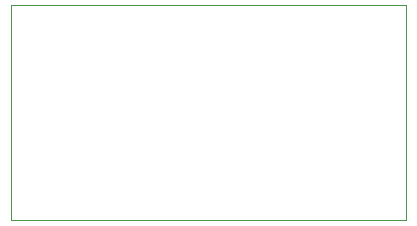
<source format=gbr>
%TF.GenerationSoftware,KiCad,Pcbnew,(6.0.4-0)*%
%TF.CreationDate,2022-05-03T23:30:53-04:00*%
%TF.ProjectId,antennaamp,616e7465-6e6e-4616-916d-702e6b696361,rev?*%
%TF.SameCoordinates,Original*%
%TF.FileFunction,Profile,NP*%
%FSLAX46Y46*%
G04 Gerber Fmt 4.6, Leading zero omitted, Abs format (unit mm)*
G04 Created by KiCad (PCBNEW (6.0.4-0)) date 2022-05-03 23:30:53*
%MOMM*%
%LPD*%
G01*
G04 APERTURE LIST*
%TA.AperFunction,Profile*%
%ADD10C,0.100000*%
%TD*%
G04 APERTURE END LIST*
D10*
X60425000Y-71550000D02*
X93950000Y-71550000D01*
X93950000Y-71550000D02*
X93950000Y-53375000D01*
X93950000Y-53375000D02*
X60425000Y-53375000D01*
X60425000Y-53375000D02*
X60425000Y-71550000D01*
M02*

</source>
